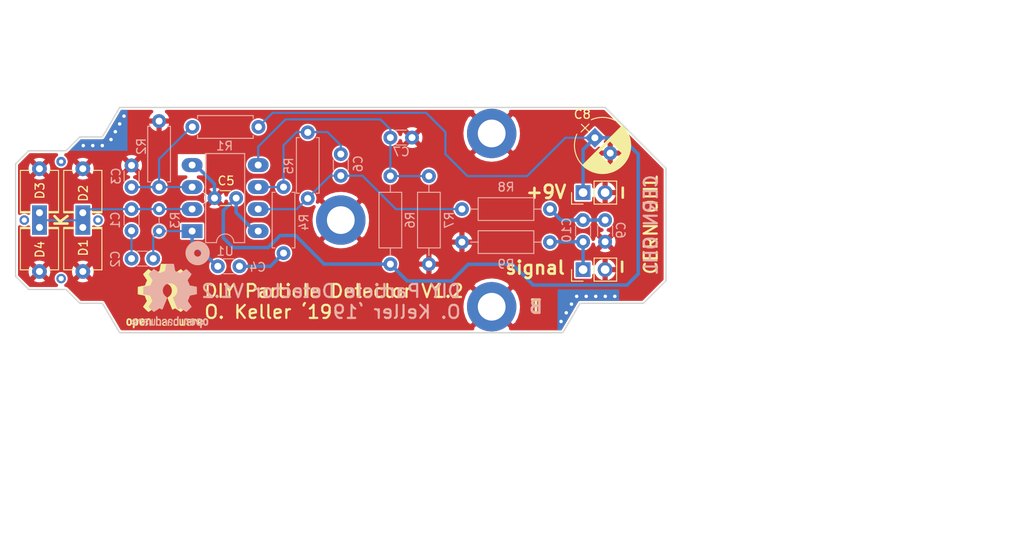
<source format=kicad_pcb>
(kicad_pcb (version 20171130) (host pcbnew "(5.1.2-1)-1")
  (title_block (title "DIY detector") (date 2018-06-01) (rev V1.1) (company CERN) (comment 1 "CERN open hardware license V1.2") (comment 2 "Oliver Keller"))
  (layers (0 F.Cu signal) (31 B.Cu power) (34 B.Paste user hide) (35 F.Paste user hide) (36 B.SilkS user) (37 F.SilkS user) (38 B.Mask user hide) (39 F.Mask user hide) (44 Edge.Cuts user))
  (net 0 "")
  (net 1 "Net-(C1-Pad1)")
  (net 2 "Net-(C1-Pad2)")
  (net 3 "Net-(C2-Pad2)")
  (net 4 GND)
  (net 5 "Net-(C3-Pad1)")
  (net 6 "Net-(C10-Pad1)")
  (net 7 +9V)
  (net 8 /Output)
  (net 9 "Net-(C4-Pad2)")
  (net 10 "Net-(C6-Pad1)")
  (net 11 "Net-(C6-Pad2)")
  (net 12 "Net-(C7-Pad1)")
  (module Pin_Headers:Pin_Header_Straight_1x02_Pitch2.54mm (layer F.Cu) (at 165.44 118.215 90)
    (fp_text reference J2 hide)
    (fp_text value Conn_01x02_Female)
    (pad 1 thru_hole rect (at 0 0 90) (size 1.7 1.7) (drill 1) (layers *.Cu *.Mask) (net 8 /Output))
    (pad 2 thru_hole oval (at 0 2.54 90) (size 1.7 1.7) (drill 1) (layers *.Cu *.Mask) (net 4 GND))
  )
  (module Pin_Headers:Pin_Header_Straight_1x02_Pitch2.54mm (layer F.Cu) (at 165.44 109.325 90)
    (fp_text reference J1 hide)
    (fp_text value Conn_01x02_Female)
    (pad 1 thru_hole rect (at 0 0 90) (size 1.7 1.7) (drill 1) (layers *.Cu *.Mask) (net 7 +9V))
    (pad 2 thru_hole oval (at 0 2.54 90) (size 1.7 1.7) (drill 1) (layers *.Cu *.Mask) (net 4 GND))
  )
  (module Symbols:OSHW-Logo2_9.8x8mm_SilkScreen (layer B.Cu) (at 117.815 121.256429 180)
    (fp_text reference REF*** hide)
    (fp_text value OSHW-Logo2_7.3x6mm_SilkScreen hide)
  )
  (module Symbols:OSHW-Logo2_9.8x8mm_SilkScreen (layer F.Cu) (at 117.18 121.263)
    (fp_text reference REF*** hide)
    (fp_text value OSHW-Logo2_7.3x6mm_SilkScreen hide)
  )
  (module Resistors_THT:R_Axial_DIN0207_L6.3mm_D2.5mm_P10.16mm_Horizontal (layer B.Cu) (at 151.47 111.23)
    (fp_text reference R8 (at 5.08 -2.54) (layer B.SilkS) (effects (justify mirror)))
    (fp_text value 10k)
    (pad 1 thru_hole circle (at 0 0) (size 1.6 1.6) (drill 0.8) (layers *.Cu *.Mask) (net 11 "Net-(C6-Pad2)"))
    (pad 2 thru_hole oval (at 10.16 0) (size 1.6 1.6) (drill 0.8) (layers *.Cu *.Mask) (net 6 "Net-(C10-Pad1)"))
  )
  (module Resistors_THT:R_Axial_DIN0207_L6.3mm_D2.5mm_P10.16mm_Horizontal (layer B.Cu) (at 161.63 115.04 180)
    (fp_text reference R9 (at 5.08 -2.54) (layer B.SilkS) (effects (justify mirror)))
    (fp_text value 2k2)
    (pad 1 thru_hole circle (at 0 0 180) (size 1.6 1.6) (drill 0.8) (layers *.Cu *.Mask) (net 8 /Output))
    (pad 2 thru_hole oval (at 10.16 0 180) (size 1.6 1.6) (drill 0.8) (layers *.Cu *.Mask) (net 4 GND))
  )
  (module Capacitors_THT:C_Disc_D3.0mm_W1.6mm_P2.50mm (layer B.Cu) (at 167.98 112.5 270)
    (fp_text reference C9 (at 1.157245 -1.843748 90) (layer B.SilkS) (effects (justify mirror)))
    (fp_text value 6n8)
    (pad 1 thru_hole circle (at 0 0 270) (size 1.6 1.6) (drill 0.8) (layers *.Cu *.Mask) (net 6 "Net-(C10-Pad1)"))
    (pad 2 thru_hole circle (at 2.5 0 270) (size 1.6 1.6) (drill 0.8) (layers *.Cu *.Mask) (net 4 GND))
  )
  (module Resistors_THT:R_Axial_DIN0204_L3.6mm_D1.6mm_P2.54mm_Vertical (layer B.Cu) (at 116.545 113.77 90)
    (fp_text reference R3 (at 1.27 1.86 90) (layer B.SilkS) (effects (justify mirror)))
    (fp_text value 40M)
    (pad 1 thru_hole circle (at 0 0 90) (size 1.4 1.4) (drill 0.7) (layers *.Cu *.Mask) (net 3 "Net-(C2-Pad2)"))
    (pad 2 thru_hole oval (at 2.54 0 90) (size 1.4 1.4) (drill 0.7) (layers *.Cu *.Mask) (net 1 "Net-(C1-Pad1)"))
  )
  (module Housings_DIP:DIP-8_W7.62mm_LongPads (layer B.Cu) (at 120.355 113.77)
    (fp_text reference U1 (at 3.81 2.33) (layer B.SilkS) (effects (justify mirror)))
    (fp_text value TL072)
    (pad 1 thru_hole rect (at 0 0) (size 2.4 1.6) (drill 0.8) (layers *.Cu *.Mask) (net 3 "Net-(C2-Pad2)"))
    (pad 5 thru_hole oval (at 7.62 -7.62) (size 2.4 1.6) (drill 0.8) (layers *.Cu *.Mask) (net 12 "Net-(C7-Pad1)"))
    (pad 2 thru_hole oval (at 0 -2.54) (size 2.4 1.6) (drill 0.8) (layers *.Cu *.Mask) (net 1 "Net-(C1-Pad1)"))
    (pad 6 thru_hole oval (at 7.62 -5.08) (size 2.4 1.6) (drill 0.8) (layers *.Cu *.Mask) (net 10 "Net-(C6-Pad1)"))
    (pad 3 thru_hole oval (at 0 -5.08) (size 2.4 1.6) (drill 0.8) (layers *.Cu *.Mask) (net 5 "Net-(C3-Pad1)"))
    (pad 7 thru_hole oval (at 7.62 -2.54) (size 2.4 1.6) (drill 0.8) (layers *.Cu *.Mask) (net 11 "Net-(C6-Pad2)"))
    (pad 4 thru_hole oval (at 0 -7.62) (size 2.4 1.6) (drill 0.8) (layers *.Cu *.Mask) (net 4 GND))
    (pad 8 thru_hole oval (at 7.62 0) (size 2.4 1.6) (drill 0.8) (layers *.Cu *.Mask) (net 7 +9V))
  )
  (module Capacitors_THT:CP_Radial_D6.3mm_P2.50mm (layer F.Cu) (at 166.8 103 315)
    (fp_text reference C8 (at -2.934493 -0.883883) (layer F.SilkS))
    (fp_text value 47u)
    (pad 1 thru_hole rect (at 0 0 315) (size 1.6 1.6) (drill 0.8) (layers *.Cu *.Mask) (net 7 +9V))
    (pad 2 thru_hole circle (at 2.5 0 315) (size 1.6 1.6) (drill 0.8) (layers *.Cu *.Mask) (net 4 GND))
  )
  (module Capacitors_THT:C_Disc_D3.0mm_W1.6mm_P2.50mm (layer B.Cu) (at 113.37 111.23 270)
    (fp_text reference C1 (at 1.27 1.87 270) (layer B.SilkS) (effects (justify mirror)))
    (fp_text value 10p)
    (pad 1 thru_hole circle (at 0 0 270) (size 1.6 1.6) (drill 0.8) (layers *.Cu *.Mask) (net 1 "Net-(C1-Pad1)"))
    (pad 2 thru_hole circle (at 2.5 0 270) (size 1.6 1.6) (drill 0.8) (layers *.Cu *.Mask) (net 2 "Net-(C1-Pad2)"))
  )
  (module Capacitors_THT:C_Disc_D3.0mm_W1.6mm_P2.50mm (layer B.Cu) (at 113.37 116.945)
    (fp_text reference C2 (at -1.87 0.055 90) (layer B.SilkS) (effects (justify mirror)))
    (fp_text value 10p)
    (pad 1 thru_hole circle (at 0 0) (size 1.6 1.6) (drill 0.8) (layers *.Cu *.Mask) (net 2 "Net-(C1-Pad2)"))
    (pad 2 thru_hole circle (at 2.5 0) (size 1.6 1.6) (drill 0.8) (layers *.Cu *.Mask) (net 3 "Net-(C2-Pad2)"))
  )
  (module Capacitors_THT:C_Disc_D3.0mm_W1.6mm_P2.50mm (layer B.Cu) (at 113.37 108.69 90)
    (fp_text reference C3 (at 1.27 -1.778 90) (layer B.SilkS) (effects (justify mirror)))
    (fp_text value 100n)
    (pad 1 thru_hole circle (at 0 0 90) (size 1.6 1.6) (drill 0.8) (layers *.Cu *.Mask) (net 5 "Net-(C3-Pad1)"))
    (pad 2 thru_hole circle (at 2.5 0 90) (size 1.6 1.6) (drill 0.8) (layers *.Cu *.Mask) (net 4 GND))
  )
  (module Capacitors_THT:C_Disc_D3.0mm_W1.6mm_P2.50mm (layer B.Cu) (at 123.316 117.834)
    (fp_text reference C4 (at 4.593863 0.10126) (layer B.SilkS) (effects (justify mirror)))
    (fp_text value 470n)
    (pad 1 thru_hole circle (at 0 0) (size 1.6 1.6) (drill 0.8) (layers *.Cu *.Mask) (net 3 "Net-(C2-Pad2)"))
    (pad 2 thru_hole circle (at 2.5 0) (size 1.6 1.6) (drill 0.8) (layers *.Cu *.Mask) (net 9 "Net-(C4-Pad2)"))
  )
  (module Capacitors_THT:C_Disc_D3.0mm_W1.6mm_P2.50mm (layer F.Cu) (at 125.435 109.96 180)
    (fp_text reference C5 (at 1.165 1.991 180) (layer F.SilkS))
    (fp_text value 100n)
    (pad 1 thru_hole circle (at 0 0 180) (size 1.6 1.6) (drill 0.8) (layers *.Cu *.Mask) (net 7 +9V))
    (pad 2 thru_hole circle (at 2.5 0 180) (size 1.6 1.6) (drill 0.8) (layers *.Cu *.Mask) (net 4 GND))
  )
  (module Capacitors_THT:C_Disc_D3.0mm_W1.6mm_P2.50mm (layer B.Cu) (at 137.5 104.88 270)
    (fp_text reference C6 (at 1.12 -2 270) (layer B.SilkS) (effects (justify mirror)))
    (fp_text value 3n3)
    (pad 1 thru_hole circle (at 0 0 270) (size 1.6 1.6) (drill 0.8) (layers *.Cu *.Mask) (net 10 "Net-(C6-Pad1)"))
    (pad 2 thru_hole circle (at 2.5 0 270) (size 1.6 1.6) (drill 0.8) (layers *.Cu *.Mask) (net 11 "Net-(C6-Pad2)"))
  )
  (module Capacitors_THT:C_Disc_D3.0mm_W1.6mm_P2.50mm (layer B.Cu) (at 143.215 102.975)
    (fp_text reference C7 (at 1.25 1.651) (layer B.SilkS) (effects (justify mirror)))
    (fp_text value 100n)
    (pad 1 thru_hole circle (at 0 0) (size 1.6 1.6) (drill 0.8) (layers *.Cu *.Mask) (net 12 "Net-(C7-Pad1)"))
    (pad 2 thru_hole circle (at 2.5 0) (size 1.6 1.6) (drill 0.8) (layers *.Cu *.Mask) (net 4 GND))
  )
  (module Capacitors_THT:C_Disc_D3.0mm_W1.6mm_P2.50mm (layer B.Cu) (at 165.44 112.5 270)
    (fp_text reference C10 (at 1.157245 1.895789 90) (layer B.SilkS) (effects (justify mirror)))
    (fp_text value 100n)
    (pad 1 thru_hole circle (at 0 0 270) (size 1.6 1.6) (drill 0.8) (layers *.Cu *.Mask) (net 6 "Net-(C10-Pad1)"))
    (pad 2 thru_hole circle (at 2.5 0 270) (size 1.6 1.6) (drill 0.8) (layers *.Cu *.Mask) (net 8 /Output))
  )
  (module Resistors_THT:R_Axial_DIN0207_L6.3mm_D2.5mm_P7.62mm_Horizontal (layer B.Cu) (at 116.545 108.69 90)
    (fp_text reference R2 (at 4.69 -2.045 90) (layer B.SilkS) (effects (justify mirror)))
    (fp_text value 15k)
    (pad 1 thru_hole circle (at 0 0 90) (size 1.6 1.6) (drill 0.8) (layers *.Cu *.Mask) (net 5 "Net-(C3-Pad1)"))
    (pad 2 thru_hole oval (at 7.62 0 90) (size 1.6 1.6) (drill 0.8) (layers *.Cu *.Mask) (net 4 GND))
  )
  (module Resistors_THT:R_Axial_DIN0207_L6.3mm_D2.5mm_P7.62mm_Horizontal (layer B.Cu) (at 130.896 108.69 270)
    (fp_text reference R4 (at 4.06 -2.354 270) (layer B.SilkS) (effects (justify mirror)))
    (fp_text value 4k7)
    (pad 1 thru_hole circle (at 0 0 270) (size 1.6 1.6) (drill 0.8) (layers *.Cu *.Mask) (net 10 "Net-(C6-Pad1)"))
    (pad 2 thru_hole oval (at 7.62 0 270) (size 1.6 1.6) (drill 0.8) (layers *.Cu *.Mask) (net 9 "Net-(C4-Pad2)"))
  )
  (module Resistors_THT:R_Axial_DIN0207_L6.3mm_D2.5mm_P7.62mm_Horizontal (layer B.Cu) (at 133.69 110 90)
    (fp_text reference R5 (at 3.75 -2.19 90) (layer B.SilkS) (effects (justify mirror)))
    (fp_text value 1M)
    (pad 1 thru_hole circle (at 0 0 90) (size 1.6 1.6) (drill 0.8) (layers *.Cu *.Mask) (net 11 "Net-(C6-Pad2)"))
    (pad 2 thru_hole oval (at 7.62 0 90) (size 1.6 1.6) (drill 0.8) (layers *.Cu *.Mask) (net 10 "Net-(C6-Pad1)"))
  )
  (module Resistors_THT:R_Axial_DIN0207_L6.3mm_D2.5mm_P7.62mm_Horizontal (layer B.Cu) (at 128 101.75 180)
    (fp_text reference R1 (at 3.9 -2.2 180) (layer B.SilkS) (effects (justify mirror)))
    (fp_text value 4k7)
    (pad 1 thru_hole circle (at 0 0 180) (size 1.6 1.6) (drill 0.8) (layers *.Cu *.Mask) (net 7 +9V))
    (pad 2 thru_hole oval (at 7.62 0 180) (size 1.6 1.6) (drill 0.8) (layers *.Cu *.Mask) (net 5 "Net-(C3-Pad1)"))
  )
  (module Mounting_Holes:MountingHole_3.2mm_M3_ISO7380_Pad (layer F.Cu) (at 137.5 112.5)
    (fp_text reference MK7 hide)
    (fp_text value "M3 support")
    (pad 1 thru_hole circle (at 0 0) (size 5.7 5.7) (drill 3.2) (layers *.Cu *.Mask) (net 4 GND))
  )
  (module Mounting_Holes:MountingHole_3.2mm_M3_ISO7380_Pad (layer F.Cu) (at 155 122.5)
    (fp_text reference MK6 hide)
    (fp_text value "M3 support")
    (pad 1 thru_hole circle (at -0.1 0) (size 5.7 5.7) (drill 3.2) (layers *.Cu *.Mask) (net 4 GND))
  )
  (module Opto-Devices:PhotoDiode_DIL2_4.3x4.65_RM5.08 (layer F.Cu) (at 107.75 113.35 270)
    (fp_text reference D1 (at 2.34 -0.05 270) (layer F.SilkS))
    (fp_text value "not populated")
    (pad 2 thru_hole circle (at 5.08 0 90) (size 1.7 1.7) (drill 0.8) (layers *.Cu *.Mask) (net 4 GND))
    (pad 1 thru_hole rect (at 0 0 90) (size 1.7 1.7) (drill 0.8) (layers *.Cu *.Mask) (net 1 "Net-(C1-Pad1)"))
  )
  (module Opto-Devices:PhotoDiode_DIL2_4.3x4.65_RM5.08 (layer F.Cu) (at 107.75 111.65 90)
    (fp_text reference D2 (at 2.25 0.05 90) (layer F.SilkS))
    (fp_text value "not populated")
    (pad 1 thru_hole rect (at 0 0 270) (size 1.7 1.7) (drill 0.8) (layers *.Cu *.Mask) (net 1 "Net-(C1-Pad1)"))
    (pad 2 thru_hole circle (at 5.08 0 270) (size 1.7 1.7) (drill 0.8) (layers *.Cu *.Mask) (net 4 GND))
  )
  (module Opto-Devices:PhotoDiode_DIL2_4.3x4.65_RM5.08 (layer F.Cu) (at 102.75 111.65 90)
    (fp_text reference D3 (at 2.55 0.05 90) (layer F.SilkS))
    (fp_text value "not populated")
    (pad 2 thru_hole circle (at 5.08 0 270) (size 1.7 1.7) (drill 0.8) (layers *.Cu *.Mask) (net 4 GND))
    (pad 1 thru_hole rect (at 0 0 270) (size 1.7 1.7) (drill 0.8) (layers *.Cu *.Mask) (net 1 "Net-(C1-Pad1)"))
  )
  (module Opto-Devices:PhotoDiode_DIL2_4.3x4.65_RM5.08 (layer F.Cu) (at 102.75 113.35 270)
    (fp_text reference D4 (at 2.54 -0.05 270) (layer F.SilkS))
    (fp_text value BPX61)
    (pad 1 thru_hole rect (at 0 0 90) (size 1.7 1.7) (drill 0.8) (layers *.Cu *.Mask) (net 1 "Net-(C1-Pad1)"))
    (pad 2 thru_hole circle (at 5.08 0 90) (size 1.7 1.7) (drill 0.8) (layers *.Cu *.Mask) (net 4 GND))
  )
  (module Resistors_THT:R_Axial_DIN0207_L6.3mm_D2.5mm_P10.16mm_Horizontal (layer B.Cu) (at 143.215 117.58 90)
    (fp_text reference R6 (at 5.08 2.285 90) (layer B.SilkS) (effects (justify mirror)))
    (fp_text value 10k)
    (pad 1 thru_hole circle (at 0 0 90) (size 1.6 1.6) (drill 0.8) (layers *.Cu *.Mask) (net 7 +9V))
    (pad 2 thru_hole oval (at 10.16 0 90) (size 1.6 1.6) (drill 0.8) (layers *.Cu *.Mask) (net 12 "Net-(C7-Pad1)"))
  )
  (module Resistors_THT:R_Axial_DIN0207_L6.3mm_D2.5mm_P10.16mm_Horizontal (layer B.Cu) (at 147.66 107.42 270)
    (fp_text reference R7 (at 5.08 -2.34 270) (layer B.SilkS) (effects (justify mirror)))
    (fp_text value 10k)
    (pad 2 thru_hole oval (at 10.16 0 270) (size 1.6 1.6) (drill 0.8) (layers *.Cu *.Mask) (net 4 GND))
    (pad 1 thru_hole circle (at 0 0 270) (size 1.6 1.6) (drill 0.8) (layers *.Cu *.Mask) (net 12 "Net-(C7-Pad1)"))
  )
  (module Wire_Pads:SolderWirePad_single_0-8mmDrill (layer F.Cu) (at 105.25 105.75)
    (fp_text reference MK1 hide)
    (fp_text value "via for coincidence sandwich")
    (pad 1 thru_hole circle (at 0 0) (size 1.1 1.1) (drill 0.5) (layers *.Cu *.Mask))
  )
  (module Wire_Pads:SolderWirePad_single_0-8mmDrill (layer F.Cu) (at 109.5 112.5)
    (fp_text reference MK2 hide)
    (fp_text value "via for coincidence sandwich")
    (pad 1 thru_hole circle (at 0 0) (size 1.1 1.1) (drill 0.6) (layers *.Cu *.Mask))
  )
  (module Wire_Pads:SolderWirePad_single_0-8mmDrill (layer F.Cu) (at 101 112.5)
    (fp_text reference MK3 hide)
    (fp_text value "via for coincidence sandwich")
    (pad 1 thru_hole circle (at 0 0) (size 1.1 1.1) (drill 0.6) (layers *.Cu *.Mask))
  )
  (module Wire_Pads:SolderWirePad_single_0-8mmDrill (layer F.Cu) (at 105.25 119.25)
    (fp_text reference MK4 hide)
    (fp_text value "via for coincidence sandwich")
    (pad 1 thru_hole circle (at 0 0) (size 1.1 1.1) (drill 0.6) (layers *.Cu *.Mask))
  )
  (module Mounting_Holes:MountingHole_3.2mm_M3_ISO7380_Pad (layer F.Cu) (at 155 102.5)
    (fp_text reference MK5 hide)
    (fp_text value "M3 support")
    (pad 1 thru_hole circle (at -0.1 0) (size 5.7 5.7) (drill 3.2) (layers *.Cu *.Mask) (net 4 GND))
  )
  (gr_text B (at 160 122.5) (layer B.SilkS) (effects (font (size 1.5 1.5) (thickness 0.3)) (justify mirror)))
  (gr_text T (at 160 122.5) (layer F.SilkS) (effects (font (size 1.5 1.5) (thickness 0.3))))
  (gr_text "CERN OHL" (at 173.25 113 90) (layer B.SilkS) (effects (font (size 1.5 1.5) (thickness 0.25)) (justify mirror)))
  (gr_text "DIY Particle Detector V1.2\nO. Keller ‘19\n" (at 151.47 121.898) (layer B.SilkS) (effects (font (size 1.5 1.5) (thickness 0.25)) (justify left mirror)))
  (gr_text K (at 105.3055 112.5 90) (layer F.SilkS) (effects (font (size 1.5 1.5) (thickness 0.3))))
  (gr_line (start 110 122.1) (end 112 125.5) (layer Edge.Cuts) (width 0.15))
  (gr_text "CERN OHL" (at 173.25 113.05 90) (layer F.SilkS) (effects (font (size 1.5 1.5) (thickness 0.25))))
  (gr_line (start 172.4 122.1) (end 175 119.5) (layer Edge.Cuts) (width 0.15))
  (gr_line (start 168 99.5) (end 175 106.5) (layer Edge.Cuts) (width 0.15))
  (gr_line (start 165.1 122.1) (end 172.4 122.1) (layer Edge.Cuts) (width 0.15))
  (gr_line (start 163.1 125.5) (end 165.1 122.1) (layer Edge.Cuts) (width 0.15))
  (gr_line (start 107.4 122.1) (end 110 122.1) (layer Edge.Cuts) (width 0.15))
  (gr_line (start 100 119) (end 101.5 120.5) (layer Edge.Cuts) (width 0.15))
  (gr_line (start 105.8 104.5) (end 107.4 102.9) (layer Edge.Cuts) (width 0.15))
  (gr_line (start 101.5 104.5) (end 105.8 104.5) (layer Edge.Cuts) (width 0.15))
  (gr_line (start 101.5 104.5) (end 100 106) (layer Edge.Cuts) (width 0.15))
  (gr_text - (at 169.833226 117.881217 90) (layer F.SilkS) (effects (font (size 1.5 1.5) (thickness 0.3))))
  (gr_text - (at 169.909226 109.330856 90) (layer F.SilkS) (effects (font (size 1.5 1.5) (thickness 0.3))))
  (gr_text signal (at 159.9155 118) (layer F.SilkS) (effects (font (size 1.5 1.5) (thickness 0.3))))
  (gr_text +9V (at 161.1855 109.25) (layer F.SilkS) (effects (font (size 1.5 1.5) (thickness 0.3))))
  (gr_line (start 110 102.9) (end 112 99.5) (layer Edge.Cuts) (width 0.15))
  (gr_line (start 107.4 102.9) (end 110 102.9) (layer Edge.Cuts) (width 0.15))
  (gr_line (start 105.8 120.5) (end 107.4 122.1) (layer Edge.Cuts) (width 0.15))
  (gr_line (start 101.5 120.5) (end 105.8 120.5) (layer Edge.Cuts) (width 0.15))
  (gr_circle (center 120.99 116.31) (end 121.371 116.437) (layer B.SilkS) (width 1))
  (gr_text "DIY Particle Detector V1.2\nO. Keller ‘19" (at 121.625 121.898) (layer F.SilkS) (effects (font (size 1.5 1.5) (thickness 0.25)) (justify left)))
  (gr_line (start 100 119) (end 100 106) (layer Edge.Cuts) (width 0.15))
  (gr_line (start 163.1 125.5) (end 112 125.5) (layer Edge.Cuts) (width 0.15))
  (gr_line (start 175 106.5) (end 175 119.5) (layer Edge.Cuts) (width 0.15))
  (gr_line (start 112 99.5) (end 168 99.5) (layer Edge.Cuts) (width 0.15))
  (segment (start 107.75 111.25) (end 107.75 112.35) (width 0.25) (layer B.Cu) (net 1))
  (segment (start 107.73 112.52) (end 107.75 112.5) (width 0.25) (layer B.Cu) (net 1))
  (segment (start 102.75 112.52) (end 107.73 112.52) (width 0.25) (layer B.Cu) (net 1))
  (segment (start 107.75 112.5) (end 107.75 113.75) (width 0.25) (layer B.Cu) (net 1))
  (segment (start 107.75 112.35) (end 107.75 112.5) (width 0.25) (layer B.Cu) (net 1))
  (segment (start 102.75 111.25) (end 102.75 112.52) (width 0.25) (layer B.Cu) (net 1))
  (segment (start 102.75 112.52) (end 102.75 113.75) (width 0.25) (layer B.Cu) (net 1))
  (segment (start 113.37 111.23) (end 116.545 111.23) (width 0.25) (layer B.Cu) (net 1))
  (segment (start 116.545 111.23) (end 120.355 111.23) (width 0.25) (layer B.Cu) (net 1))
  (segment (start 112.354 111.23) (end 113.37 111.23) (width 0.25) (layer B.Cu) (net 1))
  (segment (start 112.334 111.25) (end 112.354 111.23) (width 0.25) (layer B.Cu) (net 1))
  (segment (start 107.75 111.25) (end 112.334 111.25) (width 0.25) (layer B.Cu) (net 1))
  (segment (start 113.37 113.73) (end 113.37 116.945) (width 0.25) (layer B.Cu) (net 2))
  (segment (start 123.219 117.834) (end 123.316 117.834) (width 0.4) (layer B.Cu) (net 3))
  (segment (start 120.355 114.97) (end 123.219 117.834) (width 0.4) (layer B.Cu) (net 3))
  (segment (start 120.355 113.77) (end 120.355 114.97) (width 0.4) (layer B.Cu) (net 3))
  (segment (start 115.87 114.445) (end 116.545 113.77) (width 0.25) (layer B.Cu) (net 3))
  (segment (start 115.87 116.945) (end 115.87 114.445) (width 0.25) (layer B.Cu) (net 3))
  (segment (start 117.534949 113.77) (end 120.355 113.77) (width 0.25) (layer B.Cu) (net 3))
  (segment (start 116.545 113.77) (end 117.534949 113.77) (width 0.25) (layer B.Cu) (net 3))
  (via (at 107.8 103.9) (size 0.8) (drill 0.4) (layers F.Cu B.Cu) (net 4))
  (via (at 110 103.9) (size 0.8) (drill 0.4) (layers F.Cu B.Cu) (net 4))
  (via (at 108.9 103.9) (size 0.8) (drill 0.4) (layers F.Cu B.Cu) (net 4))
  (via (at 111 103.2) (size 0.8) (drill 0.4) (layers F.Cu B.Cu) (net 4))
  (via (at 111.5 102.3) (size 0.8) (drill 0.4) (layers F.Cu B.Cu) (net 4))
  (via (at 112 101.4) (size 0.8) (drill 0.4) (layers F.Cu B.Cu) (net 4))
  (via (at 169.1 121.3) (size 0.8) (drill 0.4) (layers F.Cu B.Cu) (net 4))
  (via (at 168 121.3) (size 0.8) (drill 0.4) (layers F.Cu B.Cu) (net 4))
  (via (at 166.9 121.3) (size 0.8) (drill 0.4) (layers F.Cu B.Cu) (net 4))
  (via (at 165.8 121.3) (size 0.8) (drill 0.4) (layers F.Cu B.Cu) (net 4))
  (via (at 164.1 122.2) (size 0.8) (drill 0.4) (layers F.Cu B.Cu) (net 4))
  (via (at 163.5 123.2) (size 0.8) (drill 0.4) (layers F.Cu B.Cu) (net 4))
  (via (at 162.9 124.2) (size 0.8) (drill 0.4) (layers F.Cu B.Cu) (net 4))
  (via (at 164.7 121.3) (size 0.8) (drill 0.4) (layers F.Cu B.Cu) (net 4))
  (via (at 112.5 100.5) (size 0.8) (drill 0.4) (layers F.Cu B.Cu) (net 4))
  (segment (start 121.35 106.15) (end 120.355 106.15) (width 0.4) (layer B.Cu) (net 4))
  (segment (start 122.935 108.82863) (end 122.935 109.96) (width 0.4) (layer B.Cu) (net 4))
  (segment (start 122.935 108.33) (end 122.935 108.82863) (width 0.4) (layer B.Cu) (net 4))
  (segment (start 120.755 106.15) (end 122.935 108.33) (width 0.4) (layer B.Cu) (net 4))
  (segment (start 120.355 106.15) (end 120.755 106.15) (width 0.4) (layer B.Cu) (net 4))
  (segment (start 118.364 108.69) (end 120.355 108.69) (width 0.25) (layer B.Cu) (net 5))
  (segment (start 116.545 108.69) (end 118.11 108.69) (width 0.25) (layer B.Cu) (net 5))
  (segment (start 118.11 108.69) (end 118.364 108.69) (width 0.25) (layer B.Cu) (net 5))
  (segment (start 115 108.69) (end 116.545 108.69) (width 0.25) (layer B.Cu) (net 5))
  (segment (start 113.37 108.69) (end 115 108.69) (width 0.25) (layer B.Cu) (net 5))
  (segment (start 119.88 101.52) (end 119.88 101.5) (width 0.25) (layer B.Cu) (net 5))
  (segment (start 115 108.69) (end 116.672 108.69) (width 0.25) (layer B.Cu) (net 5))
  (segment (start 116.545 105.455) (end 120.25 101.75) (width 0.25) (layer B.Cu) (net 5))
  (segment (start 120.25 101.75) (end 120.38 101.75) (width 0.25) (layer B.Cu) (net 5))
  (segment (start 116.545 108.69) (end 116.545 105.455) (width 0.25) (layer B.Cu) (net 5))
  (segment (start 165.209 111.905) (end 165.44 111.905) (width 0.4) (layer F.Cu) (net 6))
  (segment (start 164.719 112.395) (end 165.209 111.905) (width 0.4) (layer F.Cu) (net 6))
  (segment (start 167.98 112.5) (end 165.44 112.5) (width 0.4) (layer B.Cu) (net 6))
  (segment (start 161.63 111.23) (end 162.9 112.5) (width 0.4) (layer B.Cu) (net 6))
  (segment (start 165.44 112.5) (end 162.9 112.5) (width 0.4) (layer B.Cu) (net 6))
  (segment (start 127.575 113.77) (end 127.975 113.77) (width 0.4) (layer B.Cu) (net 7))
  (segment (start 125.435 111.63) (end 127.575 113.77) (width 0.4) (layer B.Cu) (net 7))
  (segment (start 125.435 109.96) (end 125.244 109.96) (width 0.4) (layer B.Cu) (net 7))
  (segment (start 169.91 103) (end 166.8 103) (width 0.4) (layer B.Cu) (net 7))
  (segment (start 171.8 118.7) (end 171.8 104.89) (width 0.4) (layer B.Cu) (net 7))
  (segment (start 171.8 104.89) (end 169.91 103) (width 0.4) (layer B.Cu) (net 7))
  (segment (start 159.7 120) (end 170.5 120) (width 0.4) (layer B.Cu) (net 7))
  (segment (start 157.3 117.6) (end 159.7 120) (width 0.4) (layer B.Cu) (net 7))
  (segment (start 170.5 120) (end 171.8 118.7) (width 0.4) (layer B.Cu) (net 7))
  (segment (start 143.215 117.58) (end 145.165 119.53) (width 0.4) (layer B.Cu) (net 7))
  (segment (start 145.165 119.53) (end 150.27 119.53) (width 0.4) (layer B.Cu) (net 7))
  (segment (start 152.2 117.6) (end 157.3 117.6) (width 0.4) (layer B.Cu) (net 7))
  (segment (start 150.27 119.53) (end 152.2 117.6) (width 0.4) (layer B.Cu) (net 7))
  (segment (start 165.44 104.36) (end 166.8 103) (width 0.4) (layer B.Cu) (net 7))
  (segment (start 147.3425 100.1175) (end 149.565 102.34) (width 0.25) (layer B.Cu) (net 7))
  (segment (start 128 101.75) (end 129.6325 100.1175) (width 0.25) (layer B.Cu) (net 7))
  (segment (start 129.6325 100.1175) (end 147.3425 100.1175) (width 0.25) (layer B.Cu) (net 7))
  (segment (start 163.4 103) (end 166.8 103) (width 0.25) (layer B.Cu) (net 7))
  (segment (start 149.565 104.88) (end 152.105 107.42) (width 0.25) (layer B.Cu) (net 7))
  (segment (start 149.565 102.34) (end 149.565 104.88) (width 0.25) (layer B.Cu) (net 7))
  (segment (start 158.98 107.42) (end 163.4 103) (width 0.25) (layer B.Cu) (net 7))
  (segment (start 152.105 107.42) (end 158.98 107.42) (width 0.25) (layer B.Cu) (net 7))
  (segment (start 165.44 109.325) (end 165.44 104.36) (width 0.4) (layer B.Cu) (net 7))
  (segment (start 125.435 111.63) (end 125.435 109.96) (width 0.4) (layer B.Cu) (net 7))
  (segment (start 123.954365 111.399126) (end 125.435 109.96) (width 0.4) (layer B.Cu) (net 7))
  (segment (start 123.952 111.865) (end 123.954365 111.399126) (width 0.4) (layer B.Cu) (net 7))
  (segment (start 123.952 114.554) (end 123.952 111.865) (width 0.4) (layer B.Cu) (net 7))
  (segment (start 132.278 114.278) (end 130.515 114.278) (width 0.4) (layer B.Cu) (net 7))
  (segment (start 125.073 115.675) (end 123.952 114.554) (width 0.4) (layer B.Cu) (net 7))
  (segment (start 135.58 117.58) (end 132.278 114.278) (width 0.4) (layer B.Cu) (net 7))
  (segment (start 129.118 115.675) (end 125.073 115.675) (width 0.4) (layer B.Cu) (net 7))
  (segment (start 130.515 114.278) (end 129.118 115.675) (width 0.4) (layer B.Cu) (net 7))
  (segment (start 143.215 117.58) (end 135.58 117.58) (width 0.4) (layer B.Cu) (net 7))
  (segment (start 165.44 114.405) (end 165.44 115.53637) (width 0.4) (layer F.Cu) (net 8))
  (segment (start 165.44 115.53637) (end 165.44 117.9) (width 0.4) (layer B.Cu) (net 8))
  (segment (start 161.67 115) (end 161.63 115.04) (width 0.4) (layer B.Cu) (net 8))
  (segment (start 165.44 115) (end 161.67 115) (width 0.4) (layer B.Cu) (net 8))
  (segment (start 131.34 116.31) (end 131.445 116.31) (width 0.4) (layer F.Cu) (net 9))
  (segment (start 129.372 117.834) (end 130.896 116.31) (width 0.4) (layer B.Cu) (net 9))
  (segment (start 125.816 117.834) (end 129.372 117.834) (width 0.4) (layer B.Cu) (net 9))
  (segment (start 129.425 108.69) (end 130.896 108.69) (width 0.25) (layer B.Cu) (net 10))
  (segment (start 127.975 108.69) (end 129.425 108.69) (width 0.25) (layer B.Cu) (net 10))
  (segment (start 137.4365 105.515) (end 137.5 105.5785) (width 0.25) (layer F.Cu) (net 10))
  (segment (start 136.992 104.88) (end 137.5 104.88) (width 0.25) (layer B.Cu) (net 10))
  (segment (start 130.896 103.864) (end 132.42 102.34) (width 0.25) (layer B.Cu) (net 10))
  (segment (start 132.42 102.34) (end 133.69 102.34) (width 0.25) (layer B.Cu) (net 10))
  (segment (start 130.896 108.69) (end 130.896 103.864) (width 0.25) (layer B.Cu) (net 10))
  (segment (start 137.5 103.864) (end 137.5 104.88) (width 0.25) (layer B.Cu) (net 10))
  (segment (start 135.976 102.34) (end 137.5 103.864) (width 0.25) (layer B.Cu) (net 10))
  (segment (start 133.69 102.34) (end 135.976 102.34) (width 0.25) (layer B.Cu) (net 10))
  (segment (start 132.42 111.23) (end 133.69 109.96) (width 0.25) (layer B.Cu) (net 11))
  (segment (start 127.975 111.23) (end 132.42 111.23) (width 0.25) (layer B.Cu) (net 11))
  (segment (start 136.27 107.38) (end 137.5 107.38) (width 0.25) (layer B.Cu) (net 11))
  (segment (start 133.69 109.96) (end 136.27 107.38) (width 0.25) (layer B.Cu) (net 11))
  (segment (start 143.85 111.23) (end 151.47 111.23) (width 0.25) (layer B.Cu) (net 11))
  (segment (start 140 107.38) (end 143.85 111.23) (width 0.25) (layer B.Cu) (net 11))
  (segment (start 137.5 107.38) (end 140 107.38) (width 0.25) (layer B.Cu) (net 11))
  (segment (start 143.215 107.42) (end 143.215 102.975) (width 0.25) (layer B.Cu) (net 12))
  (segment (start 143.215 107.42) (end 147.66 107.42) (width 0.25) (layer B.Cu) (net 12))
  (segment (start 142.072 100.8795) (end 143.215 102.0225) (width 0.25) (layer B.Cu) (net 12))
  (segment (start 143.215 102.0225) (end 143.215 102.975) (width 0.25) (layer B.Cu) (net 12))
  (segment (start 131.1205 100.8795) (end 142.072 100.8795) (width 0.25) (layer B.Cu) (net 12))
  (segment (start 127.975 104.025) (end 131.1205 100.8795) (width 0.25) (layer B.Cu) (net 12))
  (segment (start 127.975 106.15) (end 127.975 104.025) (width 0.25) (layer B.Cu) (net 12))
  (zone (net 4) (net_name GND) (layer F.Cu) (connect_pads thru_hole_only (clearance 0.2)) (min_thickness 0.4) (fill yes (arc_segments 16) (thermal_gap 0.4) (thermal_bridge_width 0.6))
    (polygon (pts (xy 175 125.5) (xy 100 125.5) (xy 100 99.5) (xy 175 99.5)))
  )
  (zone (net 0) (net_name "") (layer F.Cu) (connect_pads (clearance 0.508)) (min_thickness 0.254)
    (keepout (tracks allowed) (vias allowed) (copperpour not_allowed))
    (fill (arc_segments 16) (thermal_gap 0.508) (thermal_bridge_width 0.508))
    (polygon (pts (xy 118.704 104.88) (xy 122.006 104.88) (xy 122.006 107.337305) (xy 118.704 107.337305) (xy 118.704 104.924305)))
  )
  (zone (net 4) (net_name GND) (layer B.Cu) (connect_pads thru_hole_only (clearance 0.2)) (min_thickness 0.1) (fill yes (arc_segments 32) (thermal_gap 0.4) (thermal_bridge_width 0.4))
    (polygon (pts (xy 162.5 120.5) (xy 162.5 125.5) (xy 163.1 125.5) (xy 165.1 122.1) (xy 169.6 122.1) (xy 169.6 120.5)))
  )
  (zone (net 4) (net_name GND) (layer B.Cu) (connect_pads thru_hole_only (clearance 0.2)) (min_thickness 0.1) (fill yes (arc_segments 16) (thermal_gap 0.4) (thermal_bridge_width 0.4))
    (polygon (pts (xy 105.8 104.5) (xy 112.9 104.5) (xy 112.9 99.5) (xy 112 99.5) (xy 110 102.9) (xy 107.4 102.9)))
  )
)
</source>
